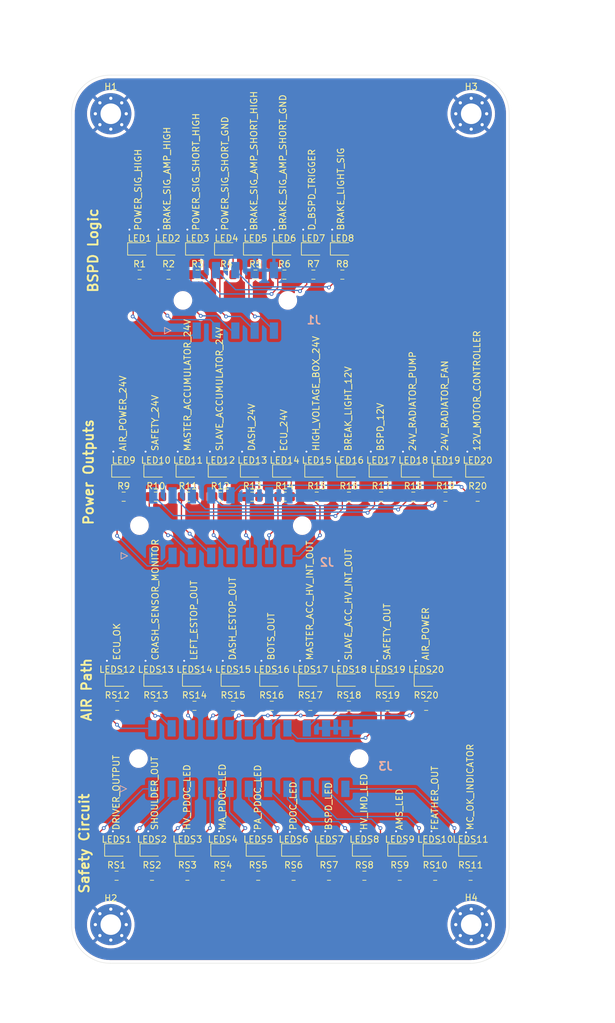
<source format=kicad_pcb>
(kicad_pcb (version 20240108) (generator "pcbnew") (generator_version "8.0")
  (layers (0 "F.Cu" signal) (31 "B.Cu" signal) (34 "B.Paste" user) (35 "F.Paste" user) (36 "B.SilkS" user "B.Silkscreen") (37 "F.SilkS" user "F.Silkscreen") (38 "B.Mask" user) (39 "F.Mask" user) (44 "Edge.Cuts" user))
  (net 0 "")
  (net 1 "/BRAKE_SIG_AMP_SHORT_HIGH")
  (net 2 "GND")
  (net 3 "/BRAKE_SIG_AMP_SHORT_GND")
  (net 4 "/BRAKE_SIG_AMP_HIGH")
  (net 5 "/POWER_SIG_SHORT_GND")
  (net 6 "/POWER_SIG_HIGH")
  (net 7 "/D_BSPD_TRIGGER")
  (net 8 "/POWER_SIG_SHORT_HIGH")
  (net 9 "/BRAKE_LIGHT_SIG")
  (net 10 "/BSPD_12V")
  (net 11 "/ECU_24V")
  (net 12 "+24V")
  (net 13 "/12V_MOTOR_CONTROLLER")
  (net 14 "/BREAK_LIGHT_12V")
  (net 15 "/AIR_POWER_24V")
  (net 16 "/24V_RADIATOR_FAN")
  (net 17 "/MASTER_ACCUMULATOR_24V")
  (net 18 "/SLAVE_ACCUMULATOR_24V")
  (net 19 "/DASH_24V")
  (net 20 "/24V_RADIATOR_PUMP")
  (net 21 "/SAFETY_24V")
  (net 22 "/HIGH_VOLTAGE_BOX_24V")
  (net 23 "/MC_OK_INDICATOR")
  (net 24 "/MA_PDOC_LED")
  (net 25 "/LEFT_ESTOP_OUT")
  (net 26 "/BSPD_LED")
  (net 27 "/AIR_POWER")
  (net 28 "/HV_PDOC_LED")
  (net 29 "/SHOULDER_OUT")
  (net 30 "/SA_PDOC_LED")
  (net 31 "/SLAVE_ACC_HV_INT_OUT")
  (net 32 "/BOTS_OUT")
  (net 33 "/PDOC_LED")
  (net 34 "/ECU_OK")
  (net 35 "/HV_IMD_LED")
  (net 36 "/CRASH_SENSOR_MONITOR")
  (net 37 "/FEATHER_OUT")
  (net 38 "/MASTER_ACC_HV_INT_OUT")
  (net 39 "/DRIVER_OUTPUT")
  (net 40 "/AMS_LED")
  (net 41 "/SAFTEY_OUT")
  (net 42 "/DASH_ESTOP_OUT")
  (net 43 "Net-(LED1-A)")
  (net 44 "Net-(LEDS1-A)")
  (net 45 "Net-(LEDS2-A)")
  (net 46 "Net-(LED2-A)")
  (net 47 "Net-(LEDS3-A)")
  (net 48 "Net-(LEDS4-A)")
  (net 49 "Net-(LEDS5-A)")
  (net 50 "Net-(LEDS6-A)")
  (net 51 "Net-(LEDS7-A)")
  (net 52 "Net-(LEDS8-A)")
  (net 53 "Net-(LEDS9-A)")
  (net 54 "Net-(LEDS10-A)")
  (net 55 "Net-(LEDS11-A)")
  (net 56 "Net-(LEDS12-A)")
  (net 57 "Net-(LEDS13-A)")
  (net 58 "Net-(LEDS14-A)")
  (net 59 "Net-(LEDS15-A)")
  (net 60 "Net-(LEDS16-A)")
  (net 61 "Net-(LEDS17-A)")
  (net 62 "Net-(LEDS18-A)")
  (net 63 "Net-(LEDS19-A)")
  (net 64 "Net-(LEDS20-A)")
  (net 65 "Net-(LED3-A)")
  (net 66 "Net-(LED4-A)")
  (net 67 "Net-(LED5-A)")
  (net 68 "Net-(LED6-A)")
  (net 69 "Net-(LED7-A)")
  (net 70 "Net-(LED8-A)")
  (net 71 "Net-(LED9-A)")
  (net 72 "Net-(LED10-A)")
  (net 73 "Net-(LED11-A)")
  (net 74 "Net-(LED12-A)")
  (net 75 "Net-(LED13-A)")
  (net 76 "Net-(LED14-A)")
  (net 77 "Net-(LED15-A)")
  (net 78 "Net-(LED16-A)")
  (net 79 "Net-(LED17-A)")
  (net 80 "Net-(LED18-A)")
  (net 81 "Net-(LED19-A)")
  (net 82 "Net-(LED20-A)")
  (footprint "UniSA_Motorsport_Resistor:0805" (layer "F.Cu") (at 164.5 188.4)
    (property "Reference" "RS7")
    (property "Value" "CRCW0805")
  )
  (footprint "UniSA_Motorsport_Diode:0805" (layer "F.Cu") (at 135.075 91)
    (property "Reference" "LED1")
    (property "Value" "RED")
  )
  (footprint "UniSA_Motorsport_Diode:0805" (layer "F.Cu") (at 137.6 158)
    (property "Reference" "LEDS13")
    (property "Value" "BLUE")
  )
  (footprint "UniSA_Motorsport_Resistor:0805" (layer "F.Cu") (at 137.6 162)
    (property "Reference" "RS13")
    (property "Value" "CRCW0805")
  )
  (footprint "UniSA_Motorsport_Resistor:0805" (layer "F.Cu") (at 131.5 188.4)
    (property "Reference" "RS1")
    (property "Value" "CRCW0805")
  )
  (footprint "UniSA_Motorsport_Diode:0805" (layer "F.Cu") (at 155.6 158)
    (property "Reference" "LEDS16")
    (property "Value" "BLUE")
  )
  (footprint "UniSA_Motorsport_Resistor:0805" (layer "F.Cu") (at 153.075 95)
    (property "Reference" "R5")
    (property "Value" "CRCW0805")
  )
  (footprint "UniSA_Motorsport_Diode:0805" (layer "F.Cu") (at 181 184.4)
    (property "Reference" "LEDS10")
    (property "Value" "GREEN")
  )
  (footprint "UniSA_Motorsport_Resistor:0805" (layer "F.Cu") (at 167.6 129.5)
    (property "Reference" "R16")
    (property "Value" "CRCW0805")
  )
  (footprint "UniSA_Motorsport_Resistor:0805" (layer "F.Cu") (at 162.075 95)
    (property "Reference" "R7")
    (property "Value" "CRCW0805")
  )
  (footprint "UniSA_Motorsport_Resistor:0805" (layer "F.Cu") (at 147.6 129.5)
    (property "Reference" "R12")
    (property "Value" "CRCW0805")
  )
  (footprint "UniSA_Motorsport_Diode:0805" (layer "F.Cu") (at 164.5 184.4)
    (property "Reference" "LEDS7")
    (property "Value" "GREEN")
  )
  (footprint "UniSA_Motorsport_Resistor:0805" (layer "F.Cu") (at 162.6 129.5)
    (property "Reference" "R15")
    (property "Value" "CRCW0805")
  )
  (footprint "UniSA_Motorsport_Resistor:0805" (layer "F.Cu") (at 144.075 95)
    (property "Reference" "R3")
    (property "Value" "CRCW0805")
  )
  (footprint "MountingHole:MountingHole_3.2mm_M3_Pad_Via" (layer "F.Cu") (at 186.6 70)
    (property "Reference" "H3")
    (property "Value" "MountingHole_Pad")
  )
  (footprint "UniSA_Motorsport_Diode:0805" (layer "F.Cu") (at 131.6 158)
    (property "Reference" "LEDS12")
    (property "Value" "GREEN")
  )
  (footprint "UniSA_Motorsport_Diode:0805" (layer "F.Cu") (at 162.075 91)
    (property "Reference" "LED7")
    (property "Value" "GREEN")
  )
  (footprint "UniSA_Motorsport_Diode:0805" (layer "F.Cu") (at 162.6 125.5)
    (property "Reference" "LED15")
    (property "Value" "GREEN")
  )
  (footprint "UniSA_Motorsport_Diode:0805" (layer "F.Cu") (at 132.6 125.5)
    (property "Reference" "LED9")
    (property "Value" "GREEN")
  )
  (footprint "UniSA_Motorsport_Diode:0805" (layer "F.Cu") (at 175.5 184.4)
    (property "Reference" "LEDS9")
    (property "Value" "GREEN")
  )
  (footprint "UniSA_Motorsport_Resistor:0805" (layer "F.Cu") (at 161.6 162)
    (property "Reference" "RS17")
    (property "Value" "CRCW0805")
  )
  (footprint "UniSA_Motorsport_Resistor:0805" (layer "F.Cu") (at 152.6 129.5)
    (property "Reference" "R13")
    (property "Value" "CRCW0805")
  )
  (footprint "UniSA_Motorsport_Diode:0805" (layer "F.Cu") (at 187.6 125.5)
    (property "Reference" "LED20")
    (property "Value" "GREEN")
  )
  (footprint "UniSA_Motorsport_Resistor:0805" (layer "F.Cu") (at 149.6 162)
    (property "Reference" "RS15")
    (property "Value" "CRCW0805")
  )
  (footprint "UniSA_Motorsport_Diode:0805" (layer "F.Cu") (at 137 184.4)
    (property "Reference" "LEDS2")
    (property "Value" "GREEN")
  )
  (footprint "UniSA_Motorsport_Diode:0805" (layer "F.Cu") (at 167.6 125.5)
    (property "Reference" "LED16")
    (property "Value" "GREEN")
  )
  (footprint "UniSA_Motorsport_Resistor:0805" (layer "F.Cu") (at 131.6 162)
    (property "Reference" "RS12")
    (property "Value" "CRCW0805")
  )
  (footprint "UniSA_Motorsport_Resistor:0805" (layer "F.Cu") (at 135.075 95)
    (property "Reference" "R1")
    (property "Value" "CRCW0805")
  )
  (footprint "UniSA_Motorsport_Diode:0805" (layer "F.Cu") (at 186.5 184.4)
    (property "Reference" "LEDS11")
    (property "Value" "GREEN")
  )
  (footprint "UniSA_Motorsport_Resistor:0805" (layer "F.Cu") (at 132.6 129.5)
    (property "Reference" "R9")
    (property "Value" "CRCW0805")
  )
  (footprint "UniSA_Motorsport_Resistor:0805" (layer "F.Cu") (at 175.5 188.4)
    (property "Reference" "RS9")
    (property "Value" "CRCW0805")
  )
  (footprint "MountingHole:MountingHole_3.2mm_M3_Pad_Via" (layer "F.Cu") (at 130.6 196)
    (property "Reference" "H2")
    (property "Value" "MountingHole_Pad")
  )
  (footprint "UniSA_Motorsport_Resistor:0805" (layer "F.Cu") (at 159 188.4)
    (property "Reference" "RS6")
    (property "Value" "CRCW0805")
  )
  (footprint "UniSA_Motorsport_Resistor:0805" (layer "F.Cu") (at 182.6 129.5)
    (property "Reference" "R19")
    (property "Value" "CRCW0805")
  )
  (footprint "UniSA_Motorsport_Diode:0805" (layer "F.Cu") (at 172.6 125.5)
    (property "Reference" "LED17")
    (property "Value" "GREEN")
  )
  (footprint "UniSA_Motorsport_Diode:0805" (layer "F.Cu") (at 153.5 184.4)
    (property "Reference" "LEDS5")
    (property "Value" "GREEN")
  )
  (footprint "UniSA_Motorsport_Resistor:0805" (layer "F.Cu") (at 167.6 162)
    (property "Reference" "RS18")
    (property "Value" "CRCW0805")
  )
  (footprint "UniSA_Motorsport_Diode:0805" (layer "F.Cu") (at 166.575 91)
    (property "Reference" "LED8")
    (property "Value" "RED")
  )
  (footprint "UniSA_Motorsport_Resistor:0805" (layer "F.Cu") (at 157.575 95)
    (property "Reference" "R6")
    (property "Value" "CRCW0805")
  )
  (footprint "UniSA_Motorsport_Diode:0805" (layer "F.Cu") (at 142.6 125.5)
    (property "Reference" "LED11")
    (property "Value" "GREEN")
  )
  (footprint "UniSA_Motorsport_Diode:0805" (layer "F.Cu") (at 147.6 125.5)
    (property "Reference" "LED12")
    (property "Value" "GREEN")
  )
  (footprint "UniSA_Motorsport_Resistor:0805" (layer "F.Cu") (at 173.6 162)
    (property "Reference" "RS19")
    (property "Value" "CRCW0805")
  )
  (footprint "UniSA_Motorsport_Resistor:0805" (layer "F.Cu") (at 181 188.4)
    (property "Reference" "RS10")
    (property "Value" "CRCW0805")
  )
  (footprint "UniSA_Motorsport_Diode:0805" (layer "F.Cu") (at 139.575 91)
    (property "Reference" "LED2")
    (property "Value" "RED")
  )
  (footprint "UniSA_Motorsport_Diode:0805" (layer "F.Cu") (at 148 184.4)
    (property "Reference" "LEDS4")
    (property "Value" "GREEN")
  )
  (footprint "UniSA_Motorsport_Resistor:0805" (layer "F.Cu") (at 142.6 129.5)
    (property "Reference" "R11")
    (property "Value" "CRCW0805")
  )
  (footprint "UniSA_Motorsport_Diode:0805" (layer "F.Cu") (at 131.5 184.4)
    (property "Reference" "LEDS1")
    (property "Value" "GREEN")
  )
  (footprint "UniSA_Motorsport_Resistor:0805" (layer "F.Cu") (at 186.5 188.4)
    (property "Reference" "RS11")
    (property "Value" "CRCW0805")
  )
  (footprint "UniSA_Motorsport_Resistor:0805" (layer "F.Cu") (at 137.6 129.5)
    (property "Reference" "R10")
    (property "Value" "CRCW0805")
  )
  (footprint "UniSA_Motorsport_Diode:0805" (layer "F.Cu") (at 137.6 125.5)
    (property "Reference" "LED10")
    (property "Value" "GREEN")
  )
  (footprint "UniSA_Motorsport_Diode:0805" (layer "F.Cu") (at 159 184.4)
    (property "Reference" "LEDS6")
    (property "Value" "GREEN")
  )
  (footprint "UniSA_Motorsport_Diode:0805" (layer "F.Cu") (at 149.6 158)
    (property "Reference" "LEDS15")
    (property "Value" "BLUE")
  )
  (footprint "UniSA_Motorsport_Resistor:0805" (layer "F.Cu") (at 148.575 95)
    (property "Reference" "R4")
    (property "Value" "CRCW0805")
  )
  (footprint "UniSA_Motorsport_Diode:0805" (layer "F.Cu") (at 157.6 125.5)
    (property "Reference" "LED14")
    (property "Value" "GREEN")
  )
  (footprint "UniSA_Motorsport_Diode:0805" (layer "F.Cu") (at 173.6 158)
    (property "Reference" "LEDS19")
    (property "Value" "BLUE")
  )
  (footprint "UniSA_Motorsport_Resistor:0805" (layer "F.Cu") (at 157.6 129.5)
    (property "Reference" "R14")
    (property "Value" "CRCW0805")
  )
  (footprint "UniSA_Motorsport_Diode:0805" (layer "F.Cu") (at 177.6 125.5)
    (property "Reference" "LED18")
    (property "Value" "GREEN")
  )
  (footprint "UniSA_Motorsport_Resistor:0805" (layer "F.Cu") (at 177.6 129.5)
    (property "Reference" "R18")
    (property "Value" "CRCW0805")
  )
  (footprint "UniSA_Motorsport_Resistor:0805" (layer "F.Cu") (at 137 188.4)
    (property "Reference" "RS2")
    (property "Value" "CRCW0805")
  )
  (footprint "UniSA_Motorsport_Diode:0805" (layer "F.Cu") (at 152.6 125.5)
    (property "Reference" "LED13")
    (property "Value" "GREEN")
  )
  (footprint "UniSA_Motorsport_Resistor:0805" (layer "F.Cu") (at 170 188.4)
    (property "Reference" "RS8")
    (property "Value" "CRCW0805")
  )
  (footprint "UniSA_Motorsport_Resistor:0805" (layer "F.Cu") (at 139.575 95)
    (property "Reference" "R2")
    (property "Value" "CRCW0805")
  )
  (footprint "UniSA_Motorsport_Resistor:0805" (layer "F.Cu") (at 155.6 162)
    (property "Reference" "RS16")
    (property "Value" "CRCW0805")
  )
  (footprint "UniSA_Motorsport_Diode:0805" (layer "F.Cu") (at 153.075 91)
    (property "Reference" "LED5")
    (property "Value" "RED")
  )
  (footprint "UniSA_Motorsport_Diode:0805" (layer "F.Cu") (at 157.575 91)
    (property "Reference" "LED6")
    (property "Value" "RED")
  )
  (footprint "UniSA_Motorsport_Resistor:0805" (layer "F.Cu") (at 166.575 95)
    (property "Reference" "R8")
    (property "Value" "CRCW0805")
  )
  (footprint "UniSA_Motorsport_Diode:0805" (layer "F.Cu") (at 179.6 158)
    (property "Reference" "LEDS20")
    (property "Value" "BLUE")
  )
  (footprint "MountingHole:MountingHole_3.2mm_M3_Pad_Via" (layer "F.Cu") (at 186.6 196)
    (property "Reference" "H4")
    (property "Value" "MountingHole_Pad")
  )
  (footprint "UniSA_Motorsport_Resistor:0805" (layer "F.Cu") (at 172.6 129.5)
    (property "Reference" "R17")
    (property "Value" "CRCW0805")
  )
  (footprint "UniSA_Motorsport_Resistor:0805" (layer "F.Cu") (at 143.6 162)
    (property "Reference" "RS14")
    (property "Value" "CRCW0805")
  )
  (footprint "UniSA_Motorsport_Diode:0805" (layer "F.Cu") (at 144.075 91)
    (property "Reference" "LED3")
    (property "Value" "RED")
  )
  (footprint "UniSA_Motorsport_Resistor:0805" (layer "F.Cu") (at 179.6 162)
    (property "Reference" "RS20")
    (property "Value" "CRCW0805")
  )
  (footprint "MountingHole:MountingHole_3.2mm_M3_Pad_Via" (layer "F.Cu") (at 130.6 70)
    (property "Reference" "H1")
    (property "Value" "MountingHole_Pad")
  )
  (footprint "UniSA_Motorsport_Diode:0805" (layer "F.Cu") (at 170 184.4)
    (property "Reference" "LEDS8")
    (property "Value" "GREEN")
  )
  (footprint "UniSA_Motorsport_Diode:0805" (layer "F.Cu") (at 167.6 158)
    (property "Reference" "LEDS18")
    (property "Value" "BLUE")
  )
  (footprint "UniSA_Motorsport_Diode:0805" (layer "F.Cu") (at 161.6 158)
    (property "Reference" "LEDS17")
    (property "Value" "BLUE")
  )
  (footprint "UniSA_Motorsport_Diode:0805" (layer "F.Cu") (at 143.6 158)
    (property "Reference" "LEDS14")
    (property "Value" "BLUE")
  )
  (footprint "UniSA_Motorsport_Resistor:0805" (layer "F.Cu") (at 153.5 188.4)
    (property "Reference" "RS5")
    (property "Value" "CRCW0805")
  )
  (footprint "UniSA_Motorsport_Diode:0805" (layer "F.Cu") (at 182.6 125.5)
    (property "Reference" "LED19")
    (property "Value" "GREEN")
  )
  (footprint "UniSA_Motorsport_Resistor:0805" (layer "F.Cu") (at 142.5 188.4)
    (property "Reference" "RS3")
    (property "Value" "CRCW0805")
  )
  (footprint "UniSA_Motorsport_Resistor:0805" (layer "F.Cu") (at 187.6 129.5)
    (property "Reference" "R20")
    (property "Value" "CRCW0805")
  )
  (footprint "UniSA_Motorsport_Diode:0805" (layer "F.Cu") (at 142.5 184.4)
    (property "Reference" "LEDS3")
    (property "Value" "GREEN")
  )
  (footprint "UniSA_Motorsport_Resistor:0805" (layer "F.Cu") (at 148 188.4)
    (property "Reference" "RS4")
    (property "Value" "CRCW0805")
  )
  (footprint "UniSA_Motorsport_Diode:0805" (layer "F.Cu") (at 148.575 91)
    (property "Reference" "LED4")
    (property "Value" "RED")
  )
  (footprint "UniSA_Motorsport_Connector:MOLEX_43045-16YY_16PIN" (layer "B.Cu") (at 147.7 134 180)
    (property "Reference" "J2")
    (property "Value" "43045-1615" (hide yes))
  )
  (footprint "UniSA_Motorsport_Connector:MOLEX_43045-10YY_10PIN" (layer "B.Cu") (at 149.95 99 180)
    (property "Reference" "J1")
    (property "Value" "43045-1015" (hide yes))
  )
  (footprint "UniSA_Motorsport_Connector:MOLEX_43045-22YY_22_PIN" (layer "B.Cu") (at 152.05 170.2 180)
    (property "Reference" "J3")
    (property "Value" "43045-2215" (hide yes))
  )
  (gr_line (start 192.5 70) (end 192.5 196) (stroke (width 0.05)) (layer "Edge.Cuts"))
  (gr_line (start 130.5 64) (end 186.5 64) (stroke (width 0.05)) (layer "Edge.Cuts"))
  (gr_line (start 124.5 196) (end 124.5 70) (stroke (width 0.05)) (layer "Edge.Cuts"))
  (gr_arc (start 192.5 196) (mid 190.742641 200.242641) (end 186.5 202) (stroke (width 0.05)) (layer "Edge.Cuts"))
  (gr_arc (start 130.5 202) (mid 126.257359 200.242641) (end 124.5 196) (stroke (width 0.05)) (layer "Edge.Cuts"))
  (gr_line (start 186.5 202) (end 130.5 202) (stroke (width 0.05)) (layer "Edge.Cuts"))
  (gr_arc (start 124.5 70) (mid 126.257359 65.757359) (end 130.5 64) (stroke (width 0.05)) (layer "Edge.Cuts"))
  (gr_arc (start 186.5 64) (mid 190.742641 65.757359) (end 192.5 70) (stroke (width 0.05)) (layer "Edge.Cuts"))
  (gr_text "BRAKE_LIGHT_SIG" (at 166.925 88.2 90) (layer "F.SilkS") (effects (font (size 1 1)) (justify left bottom)))
  (gr_text "BRAKE_SIG_AMP_SHORT_HIGH" (at 153.425 88.2 90) (layer "F.SilkS") (effects (font (size 1 1)) (justify left bottom)))
  (gr_text "BSPD_LED" (at 165.025 181.4 90) (layer "F.SilkS") (effects (font (size 1 1)) (justify left bottom)))
  (gr_text "SLAVE_ACCUMULATOR_24V" (at 148.075 122.5 90) (layer "F.SilkS") (effects (font (size 1 1)) (justify left bottom)))
  (gr_text "PDOC_LED" (at 159.525 181.4 90) (layer "F.SilkS") (effects (font (size 1 1)) (justify left bottom)))
  (gr_text "POWER_SIG_SHORT_HIGH" (at 144.425 88.2 90) (layer "F.SilkS") (effects (font (size 1 1)) (justify left bottom)))
  (gr_text "PA_PDOC_LED" (at 154.025 181.4 90) (layer "F.SilkS") (effects (font (size 1 1)) (justify left bottom)))
  (gr_text "MASTER_ACCUMULATOR_24V" (at 143.1 122.5 90) (layer "F.SilkS") (effects (font (size 1 1)) (justify left bottom)))
  (gr_text "Power Outputs" (at 128.016 134.0612 90) (layer "F.SilkS") (effects (font (size 1.5 1.5) (thickness 0.3) (bold yes)) (justify left bottom)))
  (gr_text "LEFT_ESTOP_OUT" (at 144.1 155 90) (layer "F.SilkS") (effects (font (size 1 1)) (justify left bottom)))
  (gr_text "HV_PDOC_LED" (at 143.025 181.4 90) (layer "F.SilkS") (effects (font (size 1 1)) (justify left bottom)))
  (gr_text "MASTER_ACC_HV_INT_OUT" (at 162.1 155 90) (layer "F.SilkS") (effects (font (size 1 1)) (justify left bottom)))
  (gr_text "DASH_24V" (at 153.075 122.5 90) (layer "F.SilkS") (effects (font (size 1 1)) (justify left bottom)))
  (gr_text "FEATHER_OUT" (at 181.525 181.4 90) (layer "F.SilkS") (effects (font (size 1 1)) (justify left bottom)))
  (gr_text "Safety Circuit" (at 127.3556 191.3128 90) (layer "F.SilkS") (effects (font (size 1.5 1.5) (thickness 0.3) (bold yes)) (justify left bottom)))
  (gr_text "AIR Path" (at 127.7112 164.5412 90) (layer "F.SilkS") (effects (font (size 1.5 1.5) (thickness 0.3) (bold yes)) (justify left bottom)))
  (gr_text "12V_MOTOR_CONTROLLER" (at 188.075 122.5 90) (layer "F.SilkS") (effects (font (size 1 1)) (justify left bottom)))
  (gr_text "MA_PDOC_LED" (at 148.525 181.4 90) (layer "F.SilkS") (effects (font (size 1 1)) (justify left bottom)))
  (gr_text "D_BSPD_TRIGGER" (at 162.425 88.2 90) (layer "F.SilkS") (effects (font (size 1 1)) (justify left bottom)))
  (gr_text "AMS_LED" (at 176.025 181.4 90) (layer "F.SilkS") (effects (font (size 1 1)) (justify left bottom)))
  (gr_text "HV_IMD_LED" (at 170.525 181.4 90) (layer "F.SilkS") (effects (font (size 1 1)) (justify left bottom)))
  (gr_text "24V_RADIATOR_FAN" (at 183.075 122.5 90) (layer "F.SilkS") (effects (font (size 1 1)) (justify left bottom)))
  (gr_text "DRIVER_OUTPUT" (at 132.025 181.4 90) (layer "F.SilkS") (effects (font (size 1 1)) (justify left bottom)))
  (gr_text "ECU_24V" (at 158.075 122.5 90) (layer "F.SilkS") (effects (font (size 1 1)) (justify left bottom)))
  (gr_text "BSPD Logic" (at 128.7272 97.9424 90) (layer "F.SilkS") (effects (font (size 1.5 1.5) (thickness 0.3) (bold yes)) (justify left bottom)))
  (gr_text "BRAKE_SIG_AMP_HIGH\n" (at 139.925 88.2 90) (layer "F.SilkS") (effects (font (size 1 1)) (justify left bottom)))
  (gr_text "MC_OK_INDICATOR" (at 187.025 181.4 90) (layer "F.SilkS") (effects (font (size 1 1)) (justify left bottom)))
  (gr_text "DASH_ESTOP_OUT" (at 150.1 155 90) (layer "F.SilkS") (effects (font (size 1 1)) (justify left bottom)))
  (gr_text "CRASH_SENSOR_MONITOR" (at 138.1 155 90) (layer "F.SilkS") (effects (font (size 1 1)) (justify left bottom)))
  (gr_text "HIGH_VOLTAGE_BOX_24V" (at 163.075 122.5 90) (layer "F.SilkS") (effects (font (size 1 1)) (justify left bottom)))
  (gr_text "SLAVE_ACC_HV_INT_OUT" (at 168.1 155 90) (layer "F.SilkS") (effects (font (size 1 1)) (justify left bottom)))
  (gr_text "POWER_SIG_SHORT_GND" (at 148.925 88.2 90) (layer "F.SilkS") (effects (font (size 1 1)) (justify left bottom)))
  (gr_text "24V_RADIATOR_PUMP" (at 178.075 122.5 90) (layer "F.SilkS") (effects (font (size 1 1)) (justify left bottom)))
  (gr_text "SHOULDER_OUT" (at 138 181.4 90) (layer "F.SilkS") (effects (font (size 1 1)) (justify left bottom)))
  (gr_text "BREAK_LIGHT_12V" (at 168.075 122.5 90) (layer "F.SilkS") (effects (font (size 1 1)) (justify left bottom)))
  (gr_text "AIR_POWER" (at 180.1 155 90) (layer "F.SilkS") (effects (font (size 1 1)) (justify left bottom)))
  (gr_text "SAFETY_OUT" (at 174.1 155 90) (layer "F.SilkS") (effects (font (size 1 1)) (justify left bottom)))
  (gr_text "SAFETY_24V" (at 138.075 122.5 90) (layer "F.SilkS") (effects (font (size 1 1)) (justify left bottom)))
  (gr_text "BRAKE_SIG_AMP_SHORT_GND" (at 157.925 88.2 90) (layer "F.SilkS") (effects (font (size 1 1)) (justify left bottom)))
  (gr_text "AIR_POWER_24V" (at 133.075 122.5 90) (layer "F.SilkS") (effects (font (size 1 1)) (justify left bottom)))
  (gr_text "ECU_OK" (at 132.125 155 90) (layer "F.SilkS") (effects (font (size 1 1)) (justify left bottom)))
  (gr_text "POWER_SIG_HIGH" (at 135.425 88.2 90) (layer "F.SilkS") (effects (font (size 1 1)) (justify left bottom)))
  (gr_text "BSPD_12V" (at 173.075 122.5 90) (layer "F.SilkS") (effects (font (size 1 1)) (justify left bottom)))
  (gr_text "BOTS_OUT" (at 156.1 155 90) (layer "F.SilkS") (effects (font (size 1 1)) (justify left bottom)))
  (segment (start 153 101.5) (end 152.075 100.575) (width 0.2) (layer "F.Cu") (net 1))
  (segment (start 152.075 97.5) (end 152.05 97.475) (width 0.2) (layer "F.Cu") (net 1))
  (segment (start 152.075 100.575) (end 152.075 97.5) (width 0.2) (layer "F.Cu") (net 1))
  (segment (start 152.05 97.475) (end 152.05 95) (width 0.2) (layer "F.Cu") (net 1))
  (via (at 153 101.5) (size 0.6) (drill 0.3) (layers "F.Cu" "B.Cu") (net 1))
  (segment (start 153 101.5) (end 153.75 101.5) (width 0.2) (layer "B.Cu") (net 1))
  (segment (start 153.75 101.5) (end 155.95 103.7) (width 0.2) (layer "B.Cu") (net 1))
  (segment (start 161 122.5) (end 161.575 123.075) (width 0.2) (layer "F.Cu") (net 2))
  (segment (start 151.575 123.075) (end 151.575 125.5) (width 0.2) (layer "F.Cu") (net 2))
  (segment (start 152.925 181.5) (end 152.475 181.95) (width 0.2) (layer "F.Cu") (net 2))
  (segment (start 172.575 158) (end 172.575 155.575) (width 0.2) (layer "F.Cu") (net 2))
  (segment (start 136.575 158) (end 136.575 155.575) (width 0.2) (layer "F.Cu") (net 2))
  (segment (start 156.55 88.55) (end 156 88) (width 0.2) (layer "F.Cu") (net 2))
  (segment (start 168.975 181.95) (end 168.975 184.4) (width 0.2) (layer "F.Cu") (net 2))
  (segment (start 171 122.5) (end 171.575 123.075) (width 0.2) (layer "F.Cu") (net 2))
  (segment (start 135.975 181.95) (end 136.425 181.5) (width 0.2) (layer "F.Cu") (net 2))
  (segment (start 130.575 158) (end 130.575 155.575) (width 0.2) (layer "F.Cu") (net 2))
  (segment (start 181.575 123.075) (end 181.575 125.5) (width 0.2) (layer "F.Cu") (net 2))
  (segment (start 160.575 158) (end 160.575 155.575) (width 0.2) (layer "F.Cu") (net 2))
  (segment (start 143.05 91) (end 143.05 88.55) (width 0.2) (layer "F.Cu") (net 2))
  (segment (start 146.975 181.95) (end 146.975 184.4) (width 0.2) (layer "F.Cu") (net 2))
  (segment (start 135.975 184.4) (end 135.975 181.95) (width 0.2) (layer "F.Cu") (net 2))
  (segment (start 147.425 181.5) (end 146.975 181.95) (width 0.2) (layer "F.Cu") (net 2))
  (segment (start 156.575 123.075) (end 156.575 125.5) (width 0.2) (layer "F.Cu") (net 2))
  (segment (start 131 122.5) (end 131.575 123.075) (width 0.2) (layer "F.Cu") (net 2))
  (segment (start 156 122.5) (end 156.575 123.075) (width 0.2) (layer "F.Cu") (net 2))
  (segment (start 166.575 123.075) (end 166.575 125.5) (width 0.2) (layer "F.Cu") (net 2))
  (segment (start 143.05 88.55) (end 142.5 88) (width 0.2) (layer "F.Cu") (net 2))
  (segment (start 158.425 181.6) (end 157.975 182.05) (width 0.2) (layer "F.Cu") (net 2))
  (segment (start 134.05 91) (end 134.05 88.55) (width 0.2) (layer "F.Cu") (net 2))
  (segment (start 152.475 181.95) (end 152.475 184.4) (width 0.2) (layer "F.Cu") (net 2))
  (segment (start 136.575 155.575) (end 136 155) (width 0.2) (layer "F.Cu") (net 2))
  (segment (start 166.575 158) (end 166.575 155.575) (width 0.2) (layer "F.Cu") (net 2))
  (segment (start 161.575 123.075) (end 161.575 125.5) (width 0.2) (layer "F.Cu") (net 2))
  (segment (start 174.475 184.4) (end 174.475 181.95) (width 0.2) (layer "F.Cu") (net 2))
  (segment (start 161.05 91) (end 161.05 88.55) (width 0.2) (layer "F.Cu") (net 2))
  (segment (start 152.05 88.55) (end 151.5 88) (width 0.2) (layer "F.Cu") (net 2))
  (segment (start 151 122.5) (end 151.575 123.075) (width 0.2) (layer "F.Cu") (net 2))
  (segment (start 147.55 91) (end 147.55 88.55) (width 0.2) (layer "F.Cu") (net 2))
  (segment (start 171.575 123.075) (end 171.575 125.5) (width 0.2) (layer "F.Cu") (net 2))
  (segment (start 165.55 88.55) (end 165 88) (width 0.2) (layer "F.Cu") (net 2))
  (segment (start 154.575 155.575) (end 154 155) (width 0.2) (layer "F.Cu") (net 2))
  (segment (start 136 122.5) (end 136.575 123.075) (width 0.2) (layer "F.Cu") (net 2))
  (segment (start 141.575 123.075) (end 141.575 125.5) (width 0.2) (layer "F.Cu") (net 2))
  (segment (start 138.55 88.55) (end 138.55 91) (width 0.2) (layer "F.Cu") (net 2))
  (segment (start 185.475 184.4) (end 185.475 181.9744) (width 0.2) (layer "F.Cu") (net 2))
  (segment (start 147.55 88.55) (end 147 88) (width 0.2) (layer "F.Cu") (net 2))
  (segment (start 154.575 158) (end 154.575 155.575) (width 0.2) (layer "F.Cu") (net 2))
  (segment (start 181 122.5) (end 181.575 123.075) (width 0.2) (layer "F.Cu") (net 2))
  (segment (start 179.975 181.95) (end 180.425 181.5) (width 0.2) (layer "F.Cu") (net 2))
  (segment (start 178.575 158) (end 178.575 155.575) (width 0.2) (layer "F.Cu") (net 2))
  (segment (start 142.575 158) (end 142.575 155.575) (width 0.2) (layer "F.Cu") (net 2))
  (segment (start 172.575 155.575) (end 172 155) (width 0.2) (layer "F.Cu") (net 2))
  (segment (start 186.575 123.075) (end 186.575 125.5) (width 0.2) (layer "F.Cu") (net 2))
  (segment (start 174.475 181.95) (end 174.925 181.5) (width 0.2) (layer "F.Cu") (net 2))
  (segment (start 142.575 155.575) (end 142 155) (width 0.2) (layer "F.Cu") (net 2))
  (segment (start 165.55 91) (end 165.55 88.55) (width 0.2) (layer "F.Cu") (net 2))
  (segment (start 130.575 155.575) (end 130 155) (width 0.2) (layer "F.Cu") (net 2))
  (segment (start 166.575 155.575) (end 166 155) (width 0.2) (layer "F.Cu") (net 2))
  (segment (start 186 122.5) (end 186.575 123.075) (width 0.2) (layer "F.Cu") (net 2))
  (segment (start 176 122.5) (end 176.575 123.075) (width 0.2) (layer "F.Cu") (net 2))
  (segment (start 179.975 184.4) (end 179.975 181.95) (width 0.2) (layer "F.Cu") (net 2))
  (segment (start 161.05 88.55) (end 160.5 88) (width 0.2) (layer "F.Cu") (net 2))
  (segment (start 138 88) (end 138.55 88.55) (width 0.2) (layer "F.Cu") (net 2))
  (segment (start 163.925 181.5) (end 163.475 181.95) (width 0.2) (layer "F.Cu") (net 2))
  (segment (start 130.475 181.95) (end 130.925 181.5) (width 0.2) (layer "F.Cu") (net 2))
  (segment (start 134.05 88.55) (end 133.5 88) (width 0.2) (layer "F.Cu") (net 2))
  (segment (start 130.475 184.4) (end 130.475 181.95) (width 0.2) (layer "F.Cu") (net 2))
  (segment (start 160.575 155.575) (end 160 155) (width 0.2) (layer "F.Cu") (net 2))
  (segment (start 148.575 158) (end 148.575 155.575) (width 0.2) (layer "F.Cu") (net 2))
  (segment (start 156.55 91) (end 156.55 88.55) (width 0.2) (layer "F.Cu") (net 2))
  (segment (start 157.975 182.05) (end 157.975 184.4) (width 0.2) (layer "F.Cu") (net 2))
  (segment (start 163.475 181.95) (end 163.475 184.4) (width 0.2) (layer "F.Cu") (net 2))
  (segment (start 141.475 181.95) (end 141.475 184.4) (width 0.2) (layer "F.Cu") (net 2))
  (segment (start 148.575 155.575) (end 148 155) (width 0.2) (layer "F.Cu") (net 2))
  (segment (start 185.475 181.9744) (end 185.7886 181.6608) (width 0.2) (layer "F.Cu") (net 2))
  (segment (start 169.425 181.5) (end 168.975 181.95) (width 0.2) (layer "F.Cu") (net 2))
  (segment (start 152.05 91) (end 152.05 88.55) (width 0.2) (layer "F.Cu") (net 2))
  (segment (start 136.575 123.075) (end 136.575 125.5) (width 0.2) (layer "F.Cu") (net 2))
  (segment (start 146.575 123.075) (end 146.575 125.5) (width 0.2) (layer "F.Cu") (net 2))
  (segment (start 141.925 181.5) (end 141.475 181.95) (width 0.2) (layer "F.Cu") (net 2))
  (segment (start 176.575 123.075) (end 176.575 125.5) (width 0.2) (layer "F.Cu") (net 2))
  (segment (start 178.575 155.575) (end 178 155) (width 0.2) (layer "F.Cu") (net 2))
  (segment (start 146 122.5) (end 146.575 123.075) (width 0.2) (layer "F.Cu") (net 2))
  (segment (start 131.575 123.075) (end 131.575 125.5) (width 0.2) (layer "F.Cu") (net 2))
  (segment (start 166 122.5) (end 166.575 123.075) (width 0.2) (layer "F.Cu") (net 2))
  (segment (start 141 122.5) (end 141.575 123.075) (width 0.2) (layer "F.Cu") (net 2))
  (via (at 158.425 181.6) (size 0.6) (drill 0.3) (layers "F.Cu" "B.Cu") (net 2))
  (via (at 147.425 181.5) (size 0.6) (drill 0.3) (layers "F.Cu" "B.Cu") (net 2))
  (via (at 165 88) (size 0.6) (drill 0.3) (layers "F.Cu" "B.Cu") (net 2))
  (via (at 148 155) (size 0.6) (drill 0.3) (layers "F.Cu" "B.Cu") (net 2))
  (via (at 151.5 88) (size 0.6) (drill 0.3) (layers "F.Cu" "B.Cu") (net 2))
  (via (at 156 122.5) (size 0.6) (drill 0.3) (layers "F.Cu" "B.Cu") (net 2))
  (via (at 181 122.5) (size 0.6) (drill 0.3) (layers "F.Cu" "B.Cu") (net 2))
  (via (at 172 155) (size 0.6) (drill 0.3) (layers "F.Cu" "B.Cu") (net 2))
  (via (at 160.5 88) (size 0.6) (drill 0.3) (layers "F.Cu" "B.Cu") (net 2))
  (via (at 130.925 181.5) (size 0.6) (drill 0.3) (layers "F.Cu" "B.Cu") (net 2))
  (via (at 174.925 181.5) (size 0.6) (drill 0.3) (layers "F.Cu" "B.Cu") (net 2))
  (via (at 136.425 181.5) (size 0.6) (drill 0.3) (layers "F.Cu" "B.Cu") (net 2))
  (via (at 185.7886 181.6608) (size 0.6) (drill 0.3) (layers "F.Cu" "B.Cu") (net 2))
  (via (at 163.925 181.5) (size 0.6) (drill 0.3) (layers "F.Cu" "B.Cu") (net 2))
  (via (at 160 155) (size 0.6) (drill 0.3) (layers "F.Cu" "B.Cu") (net 2))
  (via (at 186 122.5) (size 0.6) (drill 0.3) (layers "F.Cu" "B.Cu") (net 2))
  (via (at 166 122.5) (size 0.6) (drill 0.3) (layers "F.Cu" "B.Cu") (net 2))
  (via (at 131 122.5) (size 0.6) (drill 0.3) (layers "F.Cu" "B.Cu") (net 2))
  (via (at 169.425 181.5) (size 0.6) (drill 0.3) (layers "F.Cu" "B.Cu") (net 2))
  (via (at 152.925 181.5) (size 0.6) (drill 0.3) (layers "F.Cu" "B.Cu") (net 2))
  (via (at 176 122.5) (size 0.6) (drill 0.3) (layers "F.Cu" "B.Cu") (net 2))
  (via (at 161 122.5) (size 0.6) (drill 0.3) (layers "F.Cu" "B.Cu") (net 2))
  (via (at 141 122.5) (size 0.6) (drill 0.3) (layers "F.Cu" "B.Cu") (net 2))
  (via (at 156 88) (size 0.6) (drill 0.3) (layers "F.Cu" "B.Cu") (net 2))
  (via (at 141.925 181.5) (size 0.6) (drill 0.3) (layers "F.Cu" "B.Cu") (net 2))
  (via (at 138 88) (size 0.6) (drill 0.3) (layers "F.Cu" "B.Cu") (net 2))
  (via (at 136 155) (size 0.6) (drill 0.3) (layers "F.Cu" "B.Cu") (net 2))
  (via (at 166 155) (size 0.6) (drill 0.3) (layers "F.Cu" "B.Cu") (net 2))
  (via (at 146 122.5) (size 0.6) (drill 0.3) (layers "F.Cu" "B.Cu") (net 2))
  (via (at 154 155) (size 0.6) (drill 0.3) (layers "F.Cu" "B.Cu") (net 2))
  (via (at 180.425 181.5) (size 0.6) (drill 0.3) (layers "F.Cu" "B.Cu") (net 2))
  (via (at 130 155) (size 0.6) (drill 0.3) (layers "F.Cu" "B.Cu") (net 2))
  (via (at 151 122.5) (size 0.6) (drill 0.3) (layers "F.Cu" "B.Cu") (net 2))
  (via (at 171 122.5) (size 0.6) (drill 0.3) (layers "F.Cu" "B.Cu") (net 2))
  (via (at 142.5 88) (size 0.6) (drill 0.3) (layers "F.Cu" "B.Cu") (net 2))
  (via (at 136 122.5) (size 0.6) (drill 0.3) (layers "F.Cu" "B.Cu") (net 2))
  (via (at 142 155) (size 0.6) (drill 0.3) (layers "F.Cu" "B.Cu") (net 2))
  (via (at 178 155) (size 0.6) (drill 0.3) (layers "F.Cu" "B.Cu") (net 2))
  (via (at 147 88) (size 0.6) (drill 0.3) (layers "F.Cu" "B.Cu") (net 2))
  (via (at 133.5 88) (size 0.6) (drill 0.3) (layers "F.Cu" "B.Cu") (net 2))
  (segment (start 156.55 95) (end 156.55 97.025) (width 0.2) (layer "F.Cu") (net 3))
  (segment (start 156.55 97.025) (end 155.575 98) (width 0.2) (layer "F.Cu") (net 3))
  (via (at 155.575 98) (size 0.6) (drill 0.3) (layers "F.Cu" "B.Cu") (net 3))
  (segment (start 147.65 98) (end 155.575 98) (width 0.2) (layer "B.Cu") (net 3))
  (segment (start 143.95 94.3) (end 147.65 98) (width 0.2) (layer "B.Cu") (net 3))
  (segment (start 139.39375 101.36875) (end 138.55 100.525) (width 0.2) (layer "F.Cu") (net 4))
  (segment (start 138.55 100.525) (end 138.55 95) (width 0.2) (layer "F.Cu") (net 4))
  (via (at 139.39375 101.36875) (size 0.6) (drill 0.3) (layers "F.Cu" "B.Cu") (net 4))
  (segment (start 146.075 102) (end 146.95 102.875) (width 0.2) (layer "B.Cu") (net 4))
  (segment (start 140.025 102) (end 146.075 102) (width 0.2) (layer "B.Cu") (net 4))
  (segment (start 139.39375 101.36875) (end 140.025 102) (width 0.2) (layer "B.Cu") (net 4))
  (segment (start 146.95 102.875) (end 146.95 103.7) (width 0.2) (layer "B.Cu") (net 4))
  (segment (start 148.5 101.5) (end 147.55 100.55) (width 0.2) (layer "F.Cu") (net 5))
  (segment (start 147.55 100.55) (end 147.55 95) (width 0.2) (layer "F.Cu") (net 5))
  (via (at 148.5 101.5) (size 0.6) (drill 0.3) (layers "F.Cu" "B.Cu") (net 5))
  (segment (start 148.5 101.5) (end 150.75 101.5) (width 0.2) (layer "B.Cu") (net 5))
  (segment (start 150.75 101.5) (end 152.95 103.7) (width 0.2) (layer "B.Cu") (net 5))
  (segment (start 134.075 101.425) (end 134.075 97.5) (width 0.2) (layer "F.Cu") (net 6))
  (segment (start 134.05 97.475) (end 134.05 95) (width 0.2) (layer "F.Cu") (net 6))
  (segment (start 134 101.5) (end 134.075 101.425) (width 0.2) (layer "F.Cu") (net 6))
  (segment (start 134.075 97.5) (end 134.05 97.475) (width 0.2) (layer "F.Cu") (net 6))
  (via (at 134 101.5) (size 0.6) (drill 0.3) (layers "F.Cu" "B.Cu") (net 6))
  (segment (start 134.075 101.5) (end 137.075 104.5) (width 0.2) (layer "B.Cu") (net 6))
  (segment (start 134 101.5) (end 134.075 101.5) (width 0.2) (layer "B.Cu") (net 6))
  (segment (start 137.075 104.5) (end 143.15 104.5) (width 0.2) (layer "B.Cu") (net 6))
  (segment (start 143.15 104.5) (end 143.95 103.7) (width 0.2) (layer "B.Cu") (net 6))
  (segment (start 161.05 96.508579) (end 161.05 95) (width 0.2) (layer "F.Cu") (net 7))
  (segment (start 159.999086 97.559493) (end 161.05 96.508579) (width 0.2) (layer "F.Cu") (net 7))
  (via (at 159.999086 97.559493) (size 0.6) (drill 0.3) (layers "F.Cu" "B.Cu") (net 7))
  (segment (start 149.988242 97.338242) (end 146.95 94.3) (width 0.2) (layer "B.Cu") (net 7))
  (segment (start 157.445 97.445) (end 157.338242 97.338242) (width 0.2) (layer "B.Cu") (net 7))
  (segment (start 157.338242 97.338242) (end 149.988242 97.338242) (width 0.2) (layer "B.Cu") (net 7))
  (segment (start 159.999086 97.559493) (end 159.884593 97.445) (width 0.2) (layer "B.Cu") (net 7))
  (segment (start 159.884593 97.445) (end 157.445 97.445) (width 0.2) (layer "B.Cu") (net 7))
  (segment (start 144.575 101.4) (end 144.075 100.9) (width 0.2) (layer "F.Cu") (net 8))
  (segment (start 144.075 97) (end 143.05 95.975) (width 0.2) (layer "F.Cu") (net 8))
  (segment (start 143.05 95.975) (end 143.05 95) (width 0.2) (layer "F.Cu") (net 8))
  (segment (start 144.075 100.9) (end 144.075 97) (width 0.2) (layer "F.Cu") (net 8))
  (via (at 144.575 101.4) (size 0.6) (drill 0.3) (layers "F.Cu" "B.Cu") (net 8))
  (segment (start 149.3625 103.7) (end 149.95 103.7) (width 0.2) (layer "B.Cu") (net 8))
  (segment (start 147.0625 101.4) (end 149.3625 103.7) (width 0.2) (layer "B.Cu") (net 8))
  (segment (start 144.575 101.4) (end 147.0625 101.4) (width 0.2) (layer "B.Cu") (net 8))
  (segment (start 165.55 95.945409) (end 165.55 95) (width 0.2) (layer "F.Cu") (net 9))
  (segment (start 164.5 96.995409) (end 165.55 95.945409) (width 0.2) (layer "F.Cu") (net 9))
  (via (at 164.5 96.995409) (size 0.6) (drill 0.3) (layers "F.Cu" "B.Cu") (net 9))
  (segment (start 152.55 96.9) (end 149.95 94.3) (width 0.2) (layer "B.Cu") (net 9))
  (segment (start 164.404591 96.9) (end 152.55 96.9) (width 0.2) (layer "B.Cu") (net 9))
  (segment (start 164.5 96.995409) (end 164.404591 96.9) (width 0.2) (layer "B.Cu") (net 9))
  (segment (start 170.5 132) (end 171.575 130.925) (width 0.2) (layer "F.Cu") (net 10))
  (segment (start 171.575 130.925) (end 171.575 129.5) (width 0.2) (layer "F.Cu") (net 10))
  (via (at 170.5 132) (size 0.6) (drill 0.3) (layers "F.Cu" "B.Cu") (net 10))
  (segment (start 142.8 131.9) (end 140.2 129.3) (width 0.2) (layer "B.Cu") (net 10))
  (segment (start 170.4 131.9) (end 142.8 131.9) (width 0.2) (layer "B.Cu") (net 10))
  (segment (start 170.5 132) (end 170.4 131.9) (width 0.2) (layer "B.Cu") (net 10))
  (segment (start 155.2 135.5) (end 156.575 134.125) (width 0.2) (layer "F.Cu") (net 11))
  (segment (start 156.575 134.125) (end 156.575 129.5) (width 0.2) (layer "F.Cu") (net 11))
  (via (at 155.2 135.5) (size 0.6) (drill 0.3) (layers "F.Cu" "B.Cu") (net 11))
  (segment (start 155.2 135.5) (end 155.2 138.7) (width 0.2) (layer "B.Cu") (net 11))
  (segment (start 185.1 128.025) (end 186.575 129.5) (width 0.2) (layer "F.Cu") (net 13))
  (segment (start 185.1 128) (end 185.1 128.025) (width 0.2) (layer "F.Cu") (net 13))
  (via (at 185.1 128) (size 0.6) (drill 0.3) (layers "F.Cu" "B.Cu") (net 13))
  (segment (start 184.83 127.73) (end 150.77 127.73) (width 0.2) (layer "B.Cu") (net 13))
  (segment (start 185.1 128) (end 184.83 127.73) (width 0.2) (layer "B.Cu") (net 13))
  (segment (start 150.77 127.73) (end 149.2 129.3) (width 0.2) (layer "B.Cu") (net 13))
  (segment (start 165.5 132.5) (end 166.575 131.425) (width 0.2) (layer "F.Cu") (net 14))
  (segment (start 166.575 131.425) (end 166.575 129.5) (width 0.2) (layer "F.Cu") (net 14))
  (via (at 165.5 132.5) (size 0.6) (drill 0.3) (layers "F.Cu" "B.Cu") (net 14))
  (segment (start 140.345 132.445) (end 137.2 129.3) (width 0.2) (layer "B.Cu") (net 14))
  (segment (start 165.445 132.445) (end 140.345 132.445) (width 0.2) (layer "B.Cu") (net 14))
  (segment (start 165.5 132.5) (end 165.445 132.445) (width 0.2) (layer "B.Cu") (net 14))
  (segment (start 131.575 135.575) (end 131.575 129.5) (width 0.2) (layer "F.Cu") (net 15))
  (via (at 131.575 135.575) (size 0.6) (drill 0.3) (layers "F.Cu" "B.Cu") (net 15))
  (segment (start 133.1 137.1) (end 133.1 137.105) (width 0.2) (layer "B.Cu") (net 15))
  (segment (start 136.265 140.27) (end 138.63 140.27) (width 0.2) (layer "B.Cu") (net 15))
  (segment (start 133.1 137.105) (end 136.265 140.27) (width 0.2) (layer "B.Cu") (net 15))
  (segment (start 131.575 135.575) (end 133.1 137.1) (width 0.2) (layer "B.Cu") (net 15))
  (segment (start 138.63 140.27) (end 140.2 138.7) (width 0.2) (layer "B.Cu") (net 15))
  (segment (start 180.5 130.9) (end 181.575 129.825) (width 0.2) (layer "F.Cu") (net 16))
  (segment (start 181.575 129.825) (end 181.575 129.5) (width 0.2) (layer "F.Cu") (net 16))
  (via (at 180.5 130.9) (size 0.6) (drill 0.3) (layers "F.Cu" "B.Cu") (net 16))
  (segment (start 147.8 130.9) (end 146.2 129.3) (width 0.2) (layer "B.Cu") (net 16))
  (segment (start 180.5 130.9) (end 147.8 130.9) (width 0.2) (layer "B.Cu") (net 16))
  (segment (start 141.575 133.975) (end 141.575 129.5) (width 0.2) (layer "F.Cu") (net 17))
  (segment (start 142.85 135.25) (end 141.575 133.975) (width 0.2) (layer "F.Cu") (net 17))
  (via (at 142.85 135.25) (size 0.6) (drill 0.3) (layers "F.Cu" "B.Cu") (net 17))
  (segment (start 142.85 135.25) (end 146.2 138.6) (width 0.2) (layer "B.Cu") (net 17))
  (segment (start 146.575 135.475) (end 146.575 129.5) (width 0.2) (layer "F.Cu") (net 18))
  (via (at 146.575 135.475) (size 0.6) (drill 0.3) (layers "F.Cu" "B.Cu") (net 18))
  (segment (start 146.575 135.475) (end 149.2 138.1) (width 0.2) (layer "B.Cu") (net 18))
  (segment (start 151.575 129.5) (end 151.575 135.475) (width 0.2) (layer "F.Cu") (net 19))
  (via (at 151.6 135.5) (size 0.6) (drill 0.3) (layers "F.Cu" "B.Cu") (net 19))
  (segment (start 152.2 136.1) (end 151.6 135.5) (width 0.2) (layer "B.Cu") (net 19))
  (segment (start 152.2 138.7) (end 152.2 136.1) (width 0.2) (layer "B.Cu") (net 19))
  (segment (start 175.25 131.5) (end 176.575 130.175) (width 0.2) (layer "F.Cu") (net 20))
  (segment (start 176.575 130.175) (end 176.575 129.5) (width 0.2) (layer "F.Cu") (net 20))
  (via (at 175.25 131.5) (size 0.6) (drill 0.3) (layers "F.Cu" "B.Cu") (net 20))
  (segment (start 175.15 131.4) (end 145.3 131.4) (width 0.2) (layer "B.Cu") (net 20))
  (segment (start 175.25 131.5) (end 175.15 131.4) (width 0.2) (layer "B.Cu") (net 20))
  (segment (start 145.3 131.4) (end 143.2 129.3) (width 0.2) (layer "B.Cu") (net 20))
  (segment (start 136.575 129.5) (end 136.575 132.575) (width 0.2) (layer "F.Cu") (net 21))
  (segment (start 136.575 132.575) (end 139.5 135.5) (width 0.2) (layer "F.Cu") (net 21))
  (via (at 139.5 135.5) (size 0.6) (drill 0.3) (layers "F.Cu" "B.Cu") (net 21))
  (segment (start 140 135.5) (end 139.5 135.5) (width 0.2) (layer "B.Cu") (net 21))
  (segment (start 143.2 138.7) (end 140 135.5) (width 0.2) (layer "B.Cu") (net 21))
  (segment (start 163.1 131.025) (end 163.1 135.5) (width 0.2) (layer "F.Cu") (net 22))
  (segment (start 161.575 129.5) (end 163.1 131.025) (width 0.2) (layer "F.Cu") (net 22))
  (via (at 163.1 135.5) (size 0.6) (drill 0.3) (layers "F.Cu" "B.Cu") (net 22))
  (segment (start 159.9 138.7) (end 163.1 135.5) (width 0.2) (layer "B.Cu") (net 22))
  (segment (start 158.2 138.7) (end 159.9 138.7) (width 0.2) (layer "B.Cu") (net 22))
  (segment (start 185.475 188.4) (end 184 186.925) (width 0.2) (layer "F.Cu") (net 23))
  (segment (start 184 186.925) (end 184 181) (width 0.2) (layer "F.Cu") (net 23))
  (via (at 184 181) (size 0.6) (drill 0.3) (layers "F.Cu" "B.Cu") (net 23))
  (segment (start 167.05 174.9) (end 177.9 174.9) (width 0.2) (layer "B.Cu") (net 23))
  (segment (start 177.9 174.9) (end 184 181) (width 0.2) (layer "B.Cu") (net 23))
  (segment (start 145.5 181.5) (end 145.5 186.925) (width 0.2) (layer "F.Cu") (net 24))
  (segment (start 146 181) (end 145.5 181.5) (width 0.2) (layer "F.Cu") (net 24))
  (segment (start 145.5 186.925) (end 146.975 188.4) (width 0.2) (layer "F.Cu") (net 24))
  (via (at 146 181) (size 0.6) (drill 0.3) (layers "F.Cu" "B.Cu") (net 24))
  (segment (start 146 181) (end 146.05 180.95) (width 0.2) (layer "B.Cu") (net 24))
  (segment (start 146.05 180.95) (end 146.05 174.9) (width 0.2) (layer "B.Cu") (net 24))
  (segment (start 142.575 163.475) (end 142.6 163.5) (width 0.2) (layer "F.Cu") (net 25))
  (segment (start 142.6 162.025) (end 142.575 162) (width 0.2) (layer "F.Cu") (net 25))
  (segment (start 142.6 163.5) (end 142.6 162.025) (width 0.2) (layer "F.Cu") (net 25))
  (via (at 142.6 163.5) (size 0.6) (drill 0.3) (layers "F.Cu" "B.Cu") (net 25))
  (segment (start 143.05 163.95) (end 142.6 163.5) (width 0.2) (layer "B.Cu") (net 25))
  (segment (start 143.05 165.5) (end 143.05 163.95) (width 0.2) (layer "B.Cu") (net 25))
  (segment (start 162 181.85) (end 162 186.925) (width 0.2) (layer "F.Cu") (net 26))
  (segment (start 161.15 181) (end 162 181.85) (width 0.2) (layer "F.Cu") (net 26))
  (segment (start 162 186.925) (end 163.475 188.4) (width 0.2) (layer "F.Cu") (net 26))
  (via (at 161.15 181) (size 0.6) (drill 0.3) (layers "F.Cu" "B.Cu") (net 26))
  (segment (start 161.15 181) (end 155.05 174.9) (width 0.2) (layer "B.Cu") (net 26))
  (segment (start 177 163.5) (end 177.075 163.5) (width 0.2) (layer "F.Cu") (net 27))
  (segment (start 177.075 163.5) (end 178.575 162) (width 0.2) (layer "F.Cu") (net 27))
  (via (at 177 163.5) (size 0.6) (drill 0.3) (layers "F.Cu" "B.Cu") (net 27))
  (segment (start 163.05 163.5) (end 161.05 165.5) (width 0.2) (layer "B.Cu") (net 27))
  (segment (start 177 163.5) (end 163.05 163.5) (width 0.2) (layer "B.Cu") (net 27))
  (segment (start 140 182) (end 140 186.925) (width 0.2) (layer "F.Cu") (net 28))
  (segment (start 141 181) (end 140 182) (width 0.2) (layer "F.Cu") (net 28))
  (segment (start 140 186.925) (end 141.475 188.4) (width 0.2) (layer "F.Cu") (net 28))
  (via (at 141 181) (size 0.6) (drill 0.3) (layers "F.Cu" "B.Cu") (net 28))
  (segment (start 143.05 174.9) (end 143.05 179.025) (width 0.2) (layer "B.Cu") (net 28))
  (segment (start 141.075 181) (end 141 181) (width 0.2) (layer "B.Cu") (net 28))
  (segment (start 143.05 179.025) (end 141.075 181) (width 0.2) (layer "B.Cu") (net 28))
  (segment (start 134.5 186.925) (end 135.975 188.4) (width 0.2) (layer "F.Cu") (net 29))
  (segment (start 135.075 181) (end 134.5 181.575) (width 0.2) (layer "F.Cu") (net 29))
  (segment (start 134.5 181.575) (end 134.5 186.925) (width 0.2) (layer "F.Cu") (net 29))
  (via (at 135.075 181) (size 0.6) (drill 0.3) (layers "F.Cu" "B.Cu") (net 29))
  (segment (start 140.05 176.025) (end 140.05 174.9) (width 0.2) (layer "B.Cu") (net 29))
  (segment (start 135.075 181) (end 140.05 176.025) (width 0.2) (layer "B.Cu") (net 29))
  (segment (start 151 186.925) (end 152.475 188.4) (width 0.2) (layer "F.Cu") (net 30))
  (segment (start 151.5 181) (end 151 181.5) (width 0.2) (layer "F.Cu") (net 30))
  (segment (start 151 181.5) (end 151 186.925) (width 0.2) (layer "F.Cu") (net 30))
  (via (at 151.5 181) (size 0.6) (drill 0.3) (layers "F.Cu" "B.Cu") (net 30))
  (segment (start 149.05 174.9) (end 149.05 178.55) (width 0.2) (layer "B.Cu") (net 30))
  (segment (start 149.05 178.55) (end 151.5 181) (width 0.2) (layer "B.Cu") (net 30))
  (segment (start 166.575 162) (end 165.075 163.5) (width 0.2) (layer "F.Cu") (net 31))
  (segment (start 165.075 163.5) (end 160.1 163.5) (width 0.2) (layer "F.Cu") (net 31))
  (via (at 160.1 163.5) (size 0.6) (drill 0.3) (layers "F.Cu" "B.Cu") (net 31))
  (segment (start 155.05 165.5) (end 157.05 163.5) (width 0.2) (layer "B.Cu") (net 31))
  (segment (start 157.05 163.5) (end 160.1 163.5) (width 0.2) (layer "B.Cu") (net 31))
  (segment (start 153.075 163.5) (end 154.575 162) (width 0.2) (layer "F.Cu") (net 32))
  (segment (start 150.5 163.5) (end 153.075 163.5) (width 0.2) (layer "F.Cu") (net 32))
  (via (at 150.5 163.5) (size 0.6) (drill 0.3) (layers "F.Cu" "B.Cu") (net 32))
  (segment (start 150.5 163.5) (end 149.05 164.95) (width 0.2) (layer "B.Cu") (net 32))
  (segment (start 149.05 164.95) (end 149.05 165.5) (width 0.2) (layer "B.Cu") (net 32))
  (segment (start 156.5 186.925) (end 157.975 188.4) (width 0.2) (layer "F.Cu") (net 33))
  (segment (start 156.5 181) (end 156.5 186.925) (width 0.2) (layer "F.Cu") (net 33))
  (via (at 156.5 181) (size 0.6) (drill 0.3) (layers "F.Cu" "B.Cu") (net 33))
  (segment (start 156.5 181) (end 152.05 176.55) (width 0.2) (layer "B.Cu") (net 33))
  (segment (start 152.05 176.55) (end 152.05 174.9) (width 0.2) (layer "B.Cu") (net 33))
  (segment (start 131.5625 164.9375) (end 130.575 163.95) (width 0.2) (layer "F.Cu") (net 34))
  (segment (start 130.575 163.95) (end 130.575 162) (width 0.2) (layer "F.Cu") (net 34))
  (via (at 131.5625 164.9375) (size 0.6) (drill 0.3) (layers "F.Cu" "B.Cu") (net 34))
  (segment (start 131.5625 164.9375) (end 132.125 165.5) (width 0.2) (layer "B.Cu") (net 34))
  (segment (start 132.125 165.5) (end 137.05 165.5) (width 0.2) (layer "B.Cu") (net 34))
  (segment (start 168.975 188.4) (end 167.5 186.925) (width 0.2) (layer "F.Cu") (net 35))
  (segment (start 167.5 186.925) (end 167.5 181.5) (width 0.2) (layer "F.Cu") (net 35))
  (segment (start 167.5 181.5) (end 167 181) (width 0.2) (layer "F.Cu") (net 35))
  (via (at 167 181) (size 0.6) (drill 0.3) (layers "F.Cu" "B.Cu") (net 35))
  (segment (start 166 180) (end 167 181) (width 0.2) (layer "B.Cu") (net 35))
  (segment (start 158.05 174.9) (end 158.05 176.475) (width 0.2) (layer "B.Cu") (net 35))
  (segment (start 158.05 176.475) (end 161.575 180) (width 0.2) (layer "B.Cu") (net 35))
  (segment (start 161.575 180) (end 166 180) (width 0.2) (layer "B.Cu") (net 35))
  (segment (start 136.575 162.625) (end 136.575 162) (width 0.2) (layer "F.Cu") (net 36))
  (segment (start 137.5 163.55) (end 136.575 162.625) (width 0.2) (layer "F.Cu") (net 36))
  (via (at 137.5 163.55) (size 0.6) (drill 0.3) (layers "F.Cu" "B.Cu") (net 36))
  (segment (start 137.5 163.55) (end 138.1 163.55) (width 0.2) (layer "B.Cu") (net 36))
  (segment (start 138.1 163.55) (end 140.05 165.5) (width 0.2) (layer "B.Cu") (net 36))
  (segment (start 178.5 186.925) (end 178.5 181) (width 0.2) (layer "F.Cu") (net 37))
  (segment (start 179.975 188.4) (end 178.5 186.925) (width 0.2) (layer "F.Cu") (net 37))
  (via (at 178.5 181) (size 0.6) (drill 0.3) (layers "F.Cu" "B.Cu") (net 37))
  (segment (start 168.35 179.2) (end 176.7 179.2) (width 0.2) (layer "B.Cu") (net 37))
  (segment (start 164.05 174.9) (end 168.35 179.2) (width 0.2) (layer "B.Cu") (net 37))
  (segment (start 176.7 179.2) (end 178.5 181) (width 0.2) (layer "B.Cu") (net 37))
  (segment (start 155 163.5) (end 159.075 163.5) (width 0.2) (layer "F.Cu") (net 38))
  (segment (start 159.075 163.5) (end 160.575 162) (width 0.2) (layer "F.Cu") (net 38))
  (via (at 155 163.5) (size 0.6) (drill 0.3) (layers "F.Cu" "B.Cu") (net 38))
  (segment (start 154.05 163.5) (end 152.05 165.5) (width 0.2) (layer "B.Cu") (net 38))
  (segment (start 155 163.5) (end 154.05 163.5) (width 0.2) (layer "B.Cu") (net 38))
  (segment (start 128.925 181.575) (end 128.925 186.85) (width 0.2) (layer "F.Cu") (net 39))
  (segment (start 128.925 186.85) (end 130.475 188.4) (width 0.2) (layer "F.Cu") (net 39))
  (segment (start 129.5 181) (end 128.925 181.575) (width 0.2) (layer "F.Cu") (net 39))
  (via (at 129.5 181) (size 0.6) (drill 0.3) (layers "F.Cu" "B.Cu") (net 39))
  (segment (start 129.5 181) (end 135.6 174.9) (width 0.2) (layer "B.Cu") (net 39))
  (segment (start 135.6 174.9) (end 137.05 174.9) (width 0.2) (layer "B.Cu") (net 39))
  (segment (start 174.475 188.4) (end 172.5 186.425) (width 0.2) (layer "F.Cu") (net 40))
  (segment (start 172.5 186.425) (end 172.5 181) (width 0.2) (layer "F.Cu") (net 40))
  (via (at 172.5 181) (size 0.6) (drill 0.3) (layers "F.Cu" "B.Cu") (net 40))
  (segment (start 161.05 174.9) (end 165.75 179.6) (width 0.2) (layer "B.Cu") (net 40))
  (segment (start 171.1 179.6) (end 172.5 181) (width 0.2) (layer "B.Cu") (net 40))
  (segment (start 165.75 179.6) (end 171.1 179.6) (width 0.2) (layer "B.Cu") (net 40))
  (segment (start 172.575 164.5846) (end 172.575 162) (width 0.2) (layer "F.Cu") (net 41))
  (segment (start 170.18 166.9796) (end 172.575 164.5846) (width 0.2) (layer "F.Cu") (net 41))
  (via (at 170.18 166.9796) (size 0.6) (drill 0.3) (layers "F.Cu" "B.Cu") (net 41))
  (segment (start 170.18 166.9796) (end 170.0896 167.07) (width 0.2) (layer "B.Cu") (net 41))
  (segment (start 159.62 167.07) (end 158.05 165.5) (width 0.2) (layer "B.Cu") (net 41))
  (segment (start 170.0896 167.07) (end 159.62 167.07) (width 0.2) (layer "B.Cu") (net 41))
  (segment (start 148.575 162) (end 148.575 162.05) (width 0.2) (layer "F.Cu") (net 42))
  (segment (start 147.075 163.5) (end 148.575 162) (width 0.2) (layer "F.Cu") (net 42))
  (segment (start 146.5 163.5) (end 147.075 163.5) (width 0.2) (layer "F.Cu") (net 42))
  (via (at 146.5 163.5) (size 0.6) (drill 0.3) (layers "F.Cu" "B.Cu") (net 42))
  (segment (start 146.05 163.95) (end 146.05 165.5) (width 0.2) (layer "B.Cu") (net 42))
  (segment (start 146.5 163.5) (end 146.05 163.95) (width 0.2) (layer "B.Cu") (net 42))
  (segment (start 136.1 91) (end 136.1 95) (width 0.2) (layer "F.Cu") (net 43))
  (segment (start 132.525 184.4) (end 132.525 188.4) (width 0.2) (layer "F.Cu") (net 44))
  (segment (start 132.525 189) (end 132.525 188.4) (width 0.2) (layer "F.Cu") (net 44))
  (segment (start 138.025 184.4) (end 138.025 188.4) (width 0.2) (layer "F.Cu") (net 45))
  (segment (start 138.025 189.1) (end 138.025 188.4) (width 0.2) (layer "F.Cu") (net 45))
  (segment (start 140.6 91) (end 140.6 95) (width 0.2) (layer "F.Cu") (net 46))
  (segment (start 143.525 184.4) (end 143.525 188.4) (width 0.2) (layer "F.Cu") (net 47))
  (segment (start 149.025 184.4) (end 149.025 188.4) (width 0.2) (layer "F.Cu") (net 48))
  (segment (start 154.525 184.4) (end 154.525 188.4) (width 0.2) (layer "F.Cu") (net 49))
  (segment (start 160.025 184.4) (end 160.025 188.4) (width 0.2) (layer "F.Cu") (net 50))
  (segment (start 165.525 184.4) (end 165.525 188.4) (width 0.2) (layer "F.Cu") (net 51))
  (segment (start 171.025 184.4) (end 171.025 188.4) (width 0.2) (layer "F.Cu") (net 52))
  (segment (start 171.125 188.5) (end 171.025 188.4) (width 0.2) (layer "F.Cu") (net 52))
  (segment (start 176.525 184.4) (end 176.525 188.4) (width 0.2) (layer "F.Cu") (net 53))
  (segment (start 176.625 188.5) (end 176.525 188.4) (width 0.2) (layer "F.Cu") (net 53))
  (segment (start 182.025 184.4) (end 182.025 188.4) (width 0.2) (layer "F.Cu") (net 54))
  (segment (start 182.125 188.5) (end 182.025 188.4) (width 0.2) (layer "F.Cu") (net 54))
  (segment (start 187.625 188.5) (end 187.525 188.4) (width 0.2) (layer "F.Cu") (net 55))
  (segment (start 187.525 184.4) (end 187.525 188.4) (width 0.2) (layer "F.Cu") (net 55))
  (segment (start 132.625 158) (end 132.625 162) (width 0.2) (layer "F.Cu") (net 56))
  (segment (start 138.625 158) (end 138.625 162) (width 0.2) (layer "F.Cu") (net 57))
  (segment (start 144.625 158) (end 144.625 162) (width 0.2) (layer "F.Cu") (net 58))
  (segment (start 150.625 158) (end 150.625 162) (width 0.2) (layer "F.Cu") (net 59))
  (segment (start 156.625 158) (end 156.625 162) (width 0.2) (layer "F.Cu") (net 60))
  (segment (start 162.625 158) (end 162.625 162) (width 0.2) (layer "F.Cu") (net 61))
  (segment (start 168.625 158) (end 168.625 162) (width 0.2) (layer "F.Cu") (net 62))
  (segment (start 174.625 158) (end 174.625 162) (width 0.2) (layer "F.Cu") (net 63))
  (segment (start 180.625 158) (end 180.625 162) (width 0.2) (layer "F.Cu") (net 64))
  (segment (start 145.1 91) (end 145.1 95) (width 0.2) (layer "F.Cu") (net 65))
  (segment (start 149.6 95) (end 149.6 91) (width 0.2) (layer "F.Cu") (net 66))
  (segment (start 154.1 91) (end 154.1 95) (width 0.2) (layer "F.Cu") (net 67))
  (segment (start 158.6 91) (end 158.6 95) (width 0.2) (layer "F.Cu") (net 68))
  (segment (start 163.1 91) (end 163.1 95) (width 0.2) (layer "F.Cu") (net 69))
  (segment (start 167.6 91) (end 167.6 95) (width 0.2) (layer "F.Cu") (net 70))
  (segment (start 133.625 125.5) (end 133.625 129.5) (width 0.2) (layer "F.Cu") (net 71))
  (segment (start 138.625 125.5) (end 138.625 129.5) (width 0.2) (layer "F.Cu") (net 72))
  (segment (start 143.625 125.5) (end 143.625 129.5) (width 0.2) (layer "F.Cu") (net 73))
  (segment (start 148.625 125.5) (end 148.625 129.5) (width 0.2) (layer "F.Cu") (net 74))
  (segment (start 153.625 125.5) (end 153.625 129.5) (width 0.2) (layer "F.Cu") (net 75))
  (segment (start 158.625 125.5) (end 158.625 129.5) (width 0.2) (layer "F.Cu") (net 76))
  (segment (start 163.625 125.5) (end 163.625 129.5) (width 0.2) (layer "F.Cu") (net 77))
  (segment (start 168.625 129.5) (end 168.625 125.5) (width 0.2) (layer "F.Cu") (net 78))
  (segment (start 173.625 129.5) (end 173.625 125.5) (width 0.2) (layer "F.Cu") (net 79))
  (segment (start 178.625 125.5) (end 178.625 129.5) (width 0.2) (layer "F.Cu") (net 80))
  (segment (start 183.625 125.5) (end 183.625 129.5) (width 0.2) (layer "F.Cu") (net 81))
  (segment (start 188.625 125.5) (end 188.625 129.5) (width 0.2) (layer "F.Cu") (net 82))
  (zone (net 2) (net_name "GND") (layers "F&B.Cu") (connect_pads (clearance 0.5)) (min_thickness 0.25) (fill yes (thermal_gap 0.5) (thermal_bridge_width 0.5))
    (polygon (pts (xy 113.3856 52.324) (xy 207.8856 52.324) (xy 207.8856 211.324) (xy 113.3856 211.324)))
  )
)
</source>
